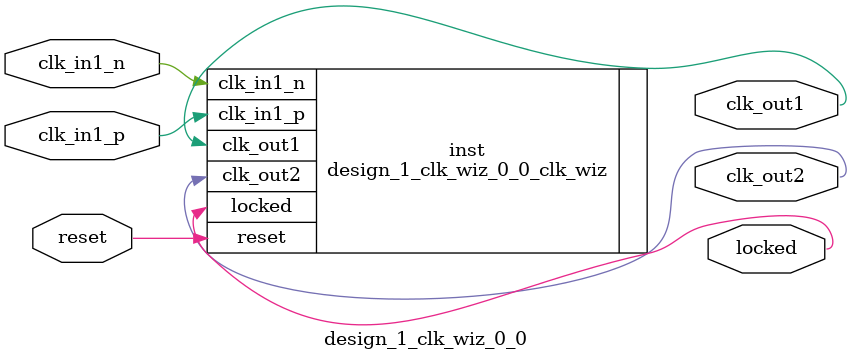
<source format=v>


`timescale 1ps/1ps

(* CORE_GENERATION_INFO = "design_1_clk_wiz_0_0,clk_wiz_v6_0_1_0_0,{component_name=design_1_clk_wiz_0_0,use_phase_alignment=false,use_min_o_jitter=false,use_max_i_jitter=false,use_dyn_phase_shift=false,use_inclk_switchover=false,use_dyn_reconfig=false,enable_axi=0,feedback_source=FDBK_AUTO,PRIMITIVE=MMCM,num_out_clk=2,clkin1_period=6.400,clkin2_period=10.0,use_power_down=false,use_reset=true,use_locked=true,use_inclk_stopped=false,feedback_type=SINGLE,CLOCK_MGR_TYPE=NA,manual_override=false}" *)

module design_1_clk_wiz_0_0 
 (
  // Clock out ports
  output        clk_out1,
  output        clk_out2,
  // Status and control signals
  input         reset,
  output        locked,
 // Clock in ports
  input         clk_in1_p,
  input         clk_in1_n
 );

  design_1_clk_wiz_0_0_clk_wiz inst
  (
  // Clock out ports  
  .clk_out1(clk_out1),
  .clk_out2(clk_out2),
  // Status and control signals               
  .reset(reset), 
  .locked(locked),
 // Clock in ports
  .clk_in1_p(clk_in1_p),
  .clk_in1_n(clk_in1_n)
  );

endmodule

</source>
